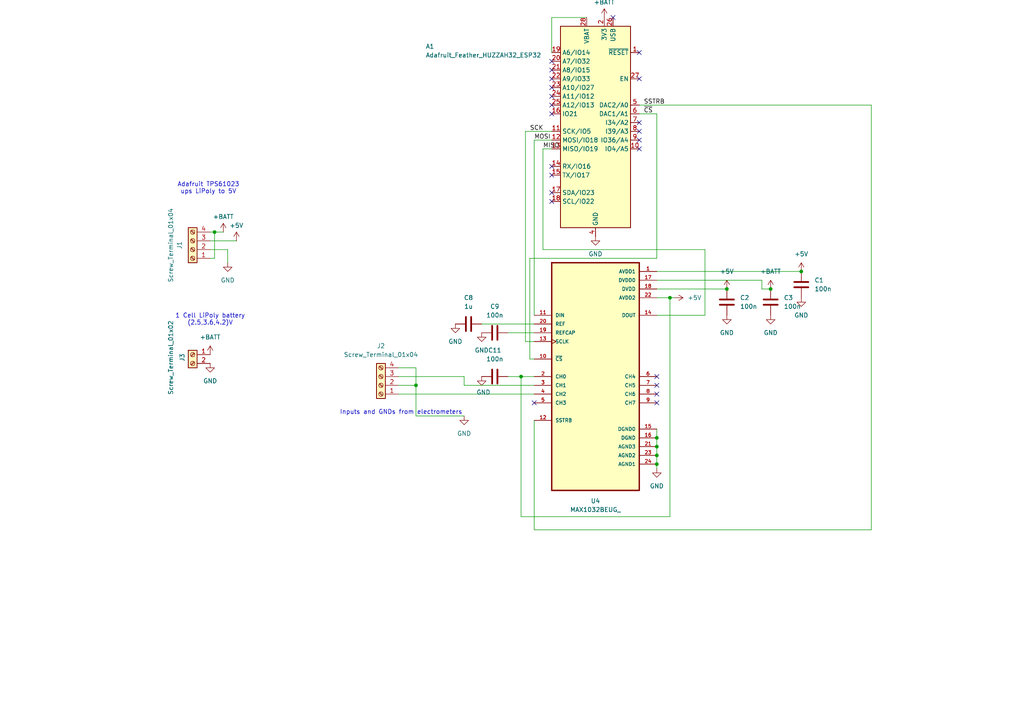
<source format=kicad_sch>
(kicad_sch (version 20250114) (generator "eeschema") (generator_version "9.0")
  (paper "A4")
  (title_block (title "Electrometer ADC") (date "2025-08-20") (rev "v2.0") (company "Coffee and Tellisense Lab"))
  (lib_symbols
    (symbol "Connector:Screw_Terminal_01x02" (pin_names (offset 1.016) (hide yes))
      (property "Reference" "J" (at 0 2.54 0))
      (property "Value" "Screw_Terminal_01x02" (at 0 -5.08 0))
      (symbol "Screw_Terminal_01x02_1_1"
        (rectangle (start -1.27 1.27) (end 1.27 -3.81) (stroke (width 0.254)) (fill (type background)))
        (polyline (pts (xy -0.5334 0.3302) (xy 0.3302 -0.508)) (stroke (width 0.1524)))
        (polyline (pts (xy -0.5334 -2.2098) (xy 0.3302 -3.048)) (stroke (width 0.1524)))
        (polyline (pts (xy -0.3556 0.508) (xy 0.508 -0.3302)) (stroke (width 0.1524)))
        (polyline (pts (xy -0.3556 -2.032) (xy 0.508 -2.8702)) (stroke (width 0.1524)))
        (circle (center 0 0) (radius 0.635) (stroke (width 0.1524)))
        (circle (center 0 -2.54) (radius 0.635) (stroke (width 0.1524)))
        (pin passive line (at -5.08 0 0) (length 3.81) (name "Pin_1") (number "1"))
        (pin passive line (at -5.08 -2.54 0) (length 3.81) (name "Pin_2") (number "2"))
      )
    )
    (symbol "Connector:Screw_Terminal_01x04" (pin_names (offset 1.016) (hide yes))
      (property "Reference" "J" (at 0 5.08 0))
      (property "Value" "Screw_Terminal_01x04" (at 0 -7.62 0))
      (symbol "Screw_Terminal_01x04_1_1"
        (rectangle (start -1.27 3.81) (end 1.27 -6.35) (stroke (width 0.254)) (fill (type background)))
        (polyline (pts (xy -0.5334 2.8702) (xy 0.3302 2.032)) (stroke (width 0.1524)))
        (polyline (pts (xy -0.5334 0.3302) (xy 0.3302 -0.508)) (stroke (width 0.1524)))
        (polyline (pts (xy -0.5334 -2.2098) (xy 0.3302 -3.048)) (stroke (width 0.1524)))
        (polyline (pts (xy -0.5334 -4.7498) (xy 0.3302 -5.588)) (stroke (width 0.1524)))
        (polyline (pts (xy -0.3556 3.048) (xy 0.508 2.2098)) (stroke (width 0.1524)))
        (polyline (pts (xy -0.3556 0.508) (xy 0.508 -0.3302)) (stroke (width 0.1524)))
        (polyline (pts (xy -0.3556 -2.032) (xy 0.508 -2.8702)) (stroke (width 0.1524)))
        (polyline (pts (xy -0.3556 -4.572) (xy 0.508 -5.4102)) (stroke (width 0.1524)))
        (circle (center 0 2.54) (radius 0.635) (stroke (width 0.1524)))
        (circle (center 0 0) (radius 0.635) (stroke (width 0.1524)))
        (circle (center 0 -2.54) (radius 0.635) (stroke (width 0.1524)))
        (circle (center 0 -5.08) (radius 0.635) (stroke (width 0.1524)))
        (pin passive line (at -5.08 2.54 0) (length 3.81) (name "Pin_1") (number "1"))
        (pin passive line (at -5.08 0 0) (length 3.81) (name "Pin_2") (number "2"))
        (pin passive line (at -5.08 -2.54 0) (length 3.81) (name "Pin_3") (number "3"))
        (pin passive line (at -5.08 -5.08 0) (length 3.81) (name "Pin_4") (number "4"))
      )
    )
    (symbol "Device:C" (pin_numbers (hide yes)) (pin_names (offset 0.254))
      (property "Reference" "C" (at 0.635 2.54 0))
      (property "Value" "C" (at 0.635 -2.54 0))
      (symbol "C_0_1"
        (polyline (pts (xy -2.032 0.762) (xy 2.032 0.762)) (stroke (width 0.508)))
        (polyline (pts (xy -2.032 -0.762) (xy 2.032 -0.762)) (stroke (width 0.508)))
      )
      (symbol "C_1_1"
        (pin passive line (at 0 3.81 270) (length 2.794) (name "~") (number "1"))
        (pin passive line (at 0 -3.81 90) (length 2.794) (name "~") (number "2"))
      )
    )
    (symbol "GND_1" (power) (pin_numbers (hide yes)) (pin_names (offset 0) (hide yes))
      (property "Value" "GND" (at 0 -3.81 0))
      (symbol "GND_1_0_1"
        (polyline (pts (xy 0 0) (xy 0 -1.27) (xy 1.27 -1.27) (xy 0 -2.54) (xy -1.27 -1.27) (xy 0 -1.27)))
      )
      (symbol "GND_1_1_1"
        (pin power_in line (at 0 0 270) (length 0) (name "~") (number "1"))
      )
    )
    (symbol "GND_2" (power) (pin_numbers (hide yes)) (pin_names (offset 0) (hide yes))
      (property "Value" "GND" (at 0 -3.81 0))
      (symbol "GND_2_0_1"
        (polyline (pts (xy 0 0) (xy 0 -1.27) (xy 1.27 -1.27) (xy 0 -2.54) (xy -1.27 -1.27) (xy 0 -1.27)))
      )
      (symbol "GND_2_1_1"
        (pin power_in line (at 0 0 270) (length 0) (name "~") (number "1"))
      )
    )
    (symbol "MAX1032:MAX1032BEUG_" (pin_names (offset 1.016))
      (property "Reference" "U" (at -12.7 34.02 0))
      (property "Value" "MAX1032BEUG_" (at -12.7 -37.02 0))
      (symbol "MAX1032BEUG__0_0"
        (rectangle (start -12.7 -33.02) (end 12.7 33.02) (stroke (width 0.41)) (fill (type background)))
        (pin input line (at -17.78 17.78 0) (length 5.08) (name "DIN") (number "11"))
        (pin input line (at -17.78 15.24 0) (length 5.08) (name "REF") (number "20"))
        (pin input line (at -17.78 12.7 0) (length 5.08) (name "REFCAP") (number "19"))
        (pin input clock (at -17.78 10.16 0) (length 5.08) (name "SCLK") (number "13"))
        (pin bidirectional line (at -17.78 5.08 0) (length 5.08) (name "~{CS}") (number "10"))
        (pin bidirectional line (at -17.78 0 0) (length 5.08) (name "CH0") (number "2"))
        (pin bidirectional line (at -17.78 -2.54 0) (length 5.08) (name "CH1") (number "3"))
        (pin bidirectional line (at -17.78 -5.08 0) (length 5.08) (name "CH2") (number "4"))
        (pin bidirectional line (at -17.78 -7.62 0) (length 5.08) (name "CH3") (number "5"))
        (pin bidirectional line (at -17.78 -12.7 0) (length 5.08) (name "SSTRB") (number "12"))
        (pin power_in line (at 17.78 30.48 180) (length 5.08) (name "AVDD1") (number "1"))
        (pin power_in line (at 17.78 27.94 180) (length 5.08) (name "DVDD0") (number "17"))
        (pin power_in line (at 17.78 25.4 180) (length 5.08) (name "DVDD") (number "18"))
        (pin power_in line (at 17.78 22.86 180) (length 5.08) (name "AVDD2") (number "22"))
        (pin output line (at 17.78 17.78 180) (length 5.08) (name "DOUT") (number "14"))
        (pin bidirectional line (at 17.78 0 180) (length 5.08) (name "CH4") (number "6"))
        (pin bidirectional line (at 17.78 -2.54 180) (length 5.08) (name "CH5") (number "7"))
        (pin bidirectional line (at 17.78 -5.08 180) (length 5.08) (name "CH6") (number "8"))
        (pin bidirectional line (at 17.78 -7.62 180) (length 5.08) (name "CH7") (number "9"))
        (pin power_in line (at 17.78 -15.24 180) (length 5.08) (name "DGND0") (number "15"))
        (pin power_in line (at 17.78 -17.78 180) (length 5.08) (name "DGND") (number "16"))
        (pin power_in line (at 17.78 -20.32 180) (length 5.08) (name "AGND3") (number "21"))
        (pin power_in line (at 17.78 -22.86 180) (length 5.08) (name "AGND2") (number "23"))
        (pin power_in line (at 17.78 -25.4 180) (length 5.08) (name "AGND1") (number "24"))
      )
    )
    (symbol "MCU_Module:Adafruit_Feather_HUZZAH32_ESP32"
      (property "Reference" "A" (at -10.16 29.21 0))
      (property "Value" "Adafruit_Feather_HUZZAH32_ESP32" (at 2.54 -31.75 0))
      (symbol "Adafruit_Feather_HUZZAH32_ESP32_0_1"
        (rectangle (start -10.16 27.94) (end 10.16 -30.48) (stroke (width 0.254)) (fill (type background)))
      )
      (symbol "Adafruit_Feather_HUZZAH32_ESP32_1_1"
        (pin bidirectional line (at -12.7 20.32 0) (length 2.54) (name "A6/IO14") (number "19"))
        (pin bidirectional line (at -12.7 17.78 0) (length 2.54) (name "A7/IO32") (number "20"))
        (pin bidirectional line (at -12.7 15.24 0) (length 2.54) (name "A8/IO15") (number "21"))
        (pin bidirectional line (at -12.7 12.7 0) (length 2.54) (name "A9/IO33") (number "22"))
        (pin bidirectional line (at -12.7 10.16 0) (length 2.54) (name "A10/IO27") (number "23"))
        (pin bidirectional line (at -12.7 7.62 0) (length 2.54) (name "A11/IO12") (number "24"))
        (pin bidirectional line (at -12.7 5.08 0) (length 2.54) (name "A12/IO13") (number "25"))
        (pin bidirectional line (at -12.7 2.54 0) (length 2.54) (name "IO21") (number "16"))
        (pin bidirectional line (at -12.7 -2.54 0) (length 2.54) (name "SCK/IO5") (number "11"))
        (pin bidirectional line (at -12.7 -5.08 0) (length 2.54) (name "MOSI/IO18") (number "12"))
        (pin bidirectional line (at -12.7 -7.62 0) (length 2.54) (name "MISO/IO19") (number "13"))
        (pin bidirectional line (at -12.7 -12.7 0) (length 2.54) (name "RX/IO16") (number "14"))
        (pin bidirectional line (at -12.7 -15.24 0) (length 2.54) (name "TX/IO17") (number "15"))
        (pin bidirectional line (at -12.7 -20.32 0) (length 2.54) (name "SDA/IO23") (number "17"))
        (pin bidirectional line (at -12.7 -22.86 0) (length 2.54) (name "SCL/IO22") (number "18"))
        (pin power_in line (at -2.54 30.48 270) (length 2.54) (name "VBAT") (number "28"))
        (pin power_in line (at 0 -33.02 90) (length 2.54) (name "GND") (number "4"))
        (pin power_in line (at 2.54 30.48 270) (length 2.54) (name "3V3") (number "2"))
        (pin power_in line (at 5.08 30.48 270) (length 2.54) (name "USB") (number "26"))
        (pin no_connect line (at 10.16 10.16 180) (length 2.54) (hide yes) (name "NC") (number "3"))
        (pin input line (at 12.7 20.32 180) (length 2.54) (name "~{RESET}") (number "1"))
        (pin input line (at 12.7 12.7 180) (length 2.54) (name "EN") (number "27"))
        (pin bidirectional line (at 12.7 5.08 180) (length 2.54) (name "DAC2/A0") (number "5"))
        (pin bidirectional line (at 12.7 2.54 180) (length 2.54) (name "DAC1/A1") (number "6"))
        (pin bidirectional line (at 12.7 0 180) (length 2.54) (name "I34/A2") (number "7"))
        (pin bidirectional line (at 12.7 -2.54 180) (length 2.54) (name "I39/A3") (number "8"))
        (pin bidirectional line (at 12.7 -5.08 180) (length 2.54) (name "IO36/A4") (number "9"))
        (pin bidirectional line (at 12.7 -7.62 180) (length 2.54) (name "IO4/A5") (number "10"))
      )
    )
    (symbol "power:+5V" (power) (pin_numbers (hide yes)) (pin_names (offset 0) (hide yes))
      (property "Value" "+5V" (at 0 3.556 0))
      (symbol "+5V_0_1"
        (polyline (pts (xy -0.762 1.27) (xy 0 2.54)))
        (polyline (pts (xy 0 2.54) (xy 0.762 1.27)))
        (polyline (pts (xy 0 0) (xy 0 2.54)))
      )
      (symbol "+5V_1_1"
        (pin power_in line (at 0 0 90) (length 0) (name "~") (number "1"))
      )
    )
    (symbol "power:+BATT" (power) (pin_numbers (hide yes)) (pin_names (offset 0) (hide yes))
      (property "Value" "+BATT" (at 0 3.556 0))
      (symbol "+BATT_0_1"
        (polyline (pts (xy -0.762 1.27) (xy 0 2.54)))
        (polyline (pts (xy 0 2.54) (xy 0.762 1.27)))
        (polyline (pts (xy 0 0) (xy 0 2.54)))
      )
      (symbol "+BATT_1_1"
        (pin power_in line (at 0 0 90) (length 0) (name "~") (number "1"))
      )
    )
    (symbol "power:GND" (power) (pin_names (offset 0))
      (property "Value" "GND" (at 0 -3.81 0))
      (symbol "GND_0_1"
        (polyline (pts (xy 0 0) (xy 0 -1.27) (xy 1.27 -1.27) (xy 0 -2.54) (xy -1.27 -1.27) (xy 0 -1.27)))
      )
      (symbol "GND_1_1"
        (pin power_in line (at 0 0 270) (length 0) (hide yes) (name "GND") (number "1"))
      )
    )
  )
  (text "Adafruit TPS61023\nups LiPoly to 5V\n" (at 60.452 54.61 0) (effects (font (size 1.27 1.27))))
  (text "1 Cell LiPoly battery\n(2.5,3.6,4.2)V\n" (at 60.96 92.71 0) (effects (font (size 1.27 1.27))))
  (text "Inputs and GNDs from electrometers\n" (at 116.332 119.634 0) (effects (font (size 1.27 1.27))))
  (junction (at 151.13 109.22))
  (junction (at 232.41 78.74))
  (junction (at 62.23 67.31))
  (junction (at 190.5 134.62))
  (junction (at 190.5 129.54))
  (junction (at 190.5 127))
  (junction (at 120.65 111.76))
  (junction (at 194.31 86.36))
  (junction (at 190.5 132.08))
  (junction (at 223.52 83.82))
  (junction (at 210.82 83.82))
  (no_connect (at 185.42 38.1))
  (no_connect (at 185.42 15.24))
  (no_connect (at 185.42 43.18))
  (no_connect (at 190.5 109.22))
  (no_connect (at 185.42 35.56))
  (no_connect (at 160.02 27.94))
  (no_connect (at 160.02 25.4))
  (no_connect (at 160.02 48.26))
  (no_connect (at 177.8 5.08))
  (no_connect (at 185.42 40.64))
  (no_connect (at 160.02 20.32))
  (no_connect (at 160.02 22.86))
  (no_connect (at 190.5 111.76))
  (no_connect (at 160.02 33.02))
  (no_connect (at 190.5 116.84))
  (no_connect (at 160.02 58.42))
  (no_connect (at 190.5 114.3))
  (no_connect (at 160.02 55.88))
  (no_connect (at 185.42 22.86))
  (no_connect (at 160.02 50.8))
  (no_connect (at 160.02 30.48))
  (no_connect (at 160.02 17.78))
  (no_connect (at 154.94 116.84))
  (wire (pts (xy 115.57 111.76) (xy 120.65 111.76)))
  (wire (pts (xy 190.5 124.46) (xy 190.5 127)))
  (wire (pts (xy 190.5 81.28) (xy 220.98 81.28)))
  (wire (pts (xy 204.47 72.39) (xy 204.47 91.44)))
  (wire (pts (xy 154.94 96.52) (xy 147.32 96.52)))
  (wire (pts (xy 62.23 67.31) (xy 64.77 67.31)))
  (wire (pts (xy 154.94 121.92) (xy 154.94 153.67)))
  (wire (pts (xy 120.65 111.76) (xy 120.65 120.65)))
  (wire (pts (xy 152.4 38.1) (xy 160.02 38.1)))
  (wire (pts (xy 115.57 114.3) (xy 154.94 114.3)))
  (wire (pts (xy 170.18 5.08) (xy 160.02 5.08)))
  (wire (pts (xy 153.67 74.93) (xy 190.5 74.93)))
  (wire (pts (xy 220.98 83.82) (xy 223.52 83.82)))
  (wire (pts (xy 190.5 129.54) (xy 190.5 132.08)))
  (wire (pts (xy 194.31 86.36) (xy 195.58 86.36)))
  (wire (pts (xy 134.62 109.22) (xy 115.57 109.22)))
  (wire (pts (xy 190.5 91.44) (xy 204.47 91.44)))
  (wire (pts (xy 154.94 91.44) (xy 154.94 40.64)))
  (wire (pts (xy 151.13 109.22) (xy 151.13 149.86)))
  (wire (pts (xy 154.94 104.14) (xy 153.67 104.14)))
  (wire (pts (xy 134.62 111.76) (xy 134.62 109.22)))
  (wire (pts (xy 68.58 69.85) (xy 60.96 69.85)))
  (wire (pts (xy 190.5 134.62) (xy 190.5 135.89)))
  (wire (pts (xy 152.4 99.06) (xy 152.4 38.1)))
  (wire (pts (xy 60.96 74.93) (xy 62.23 74.93)))
  (wire (pts (xy 160.02 5.08) (xy 160.02 15.24)))
  (wire (pts (xy 66.04 76.2) (xy 66.04 72.39)))
  (wire (pts (xy 190.5 86.36) (xy 194.31 86.36)))
  (wire (pts (xy 190.5 83.82) (xy 210.82 83.82)))
  (wire (pts (xy 120.65 120.65) (xy 134.62 120.65)))
  (wire (pts (xy 154.94 153.67) (xy 252.73 153.67)))
  (wire (pts (xy 115.57 106.68) (xy 120.65 106.68)))
  (wire (pts (xy 154.94 111.76) (xy 134.62 111.76)))
  (wire (pts (xy 151.13 149.86) (xy 194.31 149.86)))
  (wire (pts (xy 62.23 67.31) (xy 60.96 67.31)))
  (wire (pts (xy 190.5 78.74) (xy 232.41 78.74)))
  (wire (pts (xy 190.5 33.02) (xy 185.42 33.02)))
  (wire (pts (xy 157.48 72.39) (xy 157.48 43.18)))
  (wire (pts (xy 62.23 74.93) (xy 62.23 67.31)))
  (wire (pts (xy 252.73 30.48) (xy 185.42 30.48)))
  (wire (pts (xy 154.94 93.98) (xy 139.7 93.98)))
  (wire (pts (xy 190.5 132.08) (xy 190.5 134.62)))
  (wire (pts (xy 252.73 30.48) (xy 252.73 153.67)))
  (wire (pts (xy 153.67 104.14) (xy 153.67 74.93)))
  (wire (pts (xy 194.31 149.86) (xy 194.31 86.36)))
  (wire (pts (xy 204.47 72.39) (xy 157.48 72.39)))
  (wire (pts (xy 220.98 81.28) (xy 220.98 83.82)))
  (wire (pts (xy 66.04 72.39) (xy 60.96 72.39)))
  (wire (pts (xy 157.48 43.18) (xy 160.02 43.18)))
  (wire (pts (xy 154.94 40.64) (xy 160.02 40.64)))
  (wire (pts (xy 147.32 109.22) (xy 151.13 109.22)))
  (wire (pts (xy 190.5 127) (xy 190.5 129.54)))
  (wire (pts (xy 120.65 106.68) (xy 120.65 111.76)))
  (wire (pts (xy 154.94 99.06) (xy 152.4 99.06)))
  (wire (pts (xy 190.5 74.93) (xy 190.5 33.02)))
  (wire (pts (xy 151.13 109.22) (xy 154.94 109.22)))
  (label "~{CS}" (at 186.69 33.02 0))
  (label "SCK" (at 153.67 38.1 0))
  (label "SSTRB" (at 186.69 30.48 0))
  (label "MISO" (at 157.48 43.18 0))
  (label "MOSI" (at 154.94 40.64 0))
  (symbol (lib_id "MAX1032:MAX1032BEUG_") (at 172.72 109.22 0) (unit 1)
    (property "Reference" "U4" (at 172.72 145.288 0))
    (property "Value" "MAX1032BEUG_" (at 172.72 147.828 0))
    (property "Footprint" "Max1032:SOP65P640X110-24N" (effects (hide yes)))
    (property "Datasheet" "https://www.analog.com/media/en/technical-documentation/data-sheets/max1032-max1033.pdf" (effects (hide yes)))
    (property "MF" "Analog Devices" (effects (hide yes)))
    (property "Description_1" "8- and 4-Channel, ±3 x VREF Multirange Inputs, Serial 14-Bit ADCs" (effects (hide yes)))
    (property "Package" "TSSOP-24 Maxim" (effects (hide yes)))
    (property "Price" "None" (effects (hide yes)))
    (property "SnapEDA_Link" "https://www.snapeda.com/parts/MAX1032BEUG+/Analog+Devices/view-part/?ref=snap" (effects (hide yes)))
    (property "MP" "MAX1032BEUG+" (effects (hide yes)))
    (property "Availability" "In Stock" (effects (hide yes)))
    (property "Check_prices" "https://www.snapeda.com/parts/MAX1032BEUG+/Analog+Devices/view-part/?ref=eda" (effects (hide yes)))
  )
  (symbol (lib_id "Device:C") (at 210.82 87.63 0) (unit 1)
    (property "Reference" "C2" (at 214.63 86.3599 0) (effects (justify left)))
    (property "Value" "100n" (at 214.63 88.8999 0) (effects (justify left)))
    (property "Footprint" "Capacitor_SMD:C_0805_2012Metric" (effects (hide yes)))
  )
  (symbol (lib_id "power:GND") (at 223.52 91.44 0) (unit 1)
    (property "Reference" "#PWR011" (effects (hide yes)))
    (property "Value" "GND" (at 223.52 96.52 0))
  )
  (symbol (lib_id "power:+BATT") (at 60.96 102.87 0) (mirror y) (unit 1)
    (property "Reference" "#PWR13" (effects (hide yes)))
    (property "Value" "+BATT" (at 60.96 97.79 0))
    (property "Description" "Power symbol creates a global label with name \"+BATT\"" (effects (hide yes)))
  )
  (symbol (lib_id "power:GND") (at 139.7 96.52 0) (unit 1)
    (property "Reference" "#PWR01" (effects (hide yes)))
    (property "Value" "GND" (at 139.7 101.6 0))
  )
  (symbol (lib_name "GND_1") (lib_id "power:GND") (at 66.04 76.2 0) (unit 1)
    (property "Reference" "#PWR04" (effects (hide yes)))
    (property "Value" "GND" (at 66.04 81.28 0))
    (property "Description" "Power symbol creates a global label with name \"GND\" , ground" (effects (hide yes)))
  )
  (symbol (lib_id "power:GND") (at 210.82 91.44 0) (unit 1)
    (property "Reference" "#PWR09" (effects (hide yes)))
    (property "Value" "GND" (at 210.82 96.52 0))
  )
  (symbol (lib_id "Device:C") (at 135.89 93.98 90) (unit 1)
    (property "Reference" "C8" (at 135.89 86.36 90))
    (property "Value" "1u" (at 135.89 88.9 90))
    (property "Footprint" "Capacitor_SMD:C_0805_2012Metric" (effects (hide yes)))
  )
  (symbol (lib_id "power:GND") (at 232.41 86.36 0) (unit 1)
    (property "Reference" "#PWR06" (effects (hide yes)))
    (property "Value" "GND" (at 232.41 91.44 0))
  )
  (symbol (lib_id "power:GND") (at 172.72 68.58 0) (unit 1)
    (property "Reference" "#PWR017" (effects (hide yes)))
    (property "Value" "GND" (at 172.72 73.66 0))
  )
  (symbol (lib_id "Connector:Screw_Terminal_01x04") (at 110.49 111.76 180) (unit 1)
    (property "Reference" "J2" (at 110.49 100.33 0))
    (property "Value" "Screw_Terminal_01x04" (at 110.49 102.87 0))
    (property "Footprint" "TerminalBlock_Phoenix:TerminalBlock_Phoenix_MPT-0,5-4-2.54_1x04_P2.54mm_Horizontal" (effects (hide yes)))
    (property "Description" "Generic screw terminal, single row, 01x04, script generated (kicad-library-utils/schlib/autogen/connector/)" (effects (hide yes)))
  )
  (symbol (lib_id "Connector:Screw_Terminal_01x02") (at 55.88 102.87 0) (mirror y) (unit 1)
    (property "Reference" "J3" (at 52.832 104.902 90) (effects (justify left)))
    (property "Value" "Screw_Terminal_01x02" (at 49.53 114.554 90) (effects (justify left)))
    (property "Footprint" "Connector_PinHeader_2.54mm:PinHeader_1x02_P2.54mm_Vertical" (effects (hide yes)))
    (property "Description" "Generic screw terminal, single row, 01x02, script generated (kicad-library-utils/schlib/autogen/connector/)" (effects (hide yes)))
  )
  (symbol (lib_id "power:+5V") (at 232.41 78.74 0) (unit 1)
    (property "Reference" "#PWR05" (effects (hide yes)))
    (property "Value" "+5V" (at 232.41 73.66 0))
    (property "Description" "Power symbol creates a global label with name \"+5V\"" (effects (hide yes)))
  )
  (symbol (lib_id "power:+5V") (at 68.58 69.85 0) (unit 1)
    (property "Reference" "#PWR03" (effects (hide yes)))
    (property "Value" "+5V" (at 68.58 65.405 0))
    (property "Description" "Power symbol creates a global label with name \"+5V\"" (effects (hide yes)))
  )
  (symbol (lib_id "power:GND") (at 190.5 135.89 0) (unit 1)
    (property "Reference" "#PWR016" (effects (hide yes)))
    (property "Value" "GND" (at 190.5 140.97 0))
  )
  (symbol (lib_id "power:+BATT") (at 64.77 67.31 0) (unit 1)
    (property "Reference" "#PWR2" (effects (hide yes)))
    (property "Value" "+BATT" (at 64.77 62.865 0))
    (property "Description" "Power symbol creates a global label with name \"+BATT\"" (effects (hide yes)))
  )
  (symbol (lib_id "Device:C") (at 232.41 82.55 0) (unit 1)
    (property "Reference" "C1" (at 236.22 81.2799 0) (effects (justify left)))
    (property "Value" "100n" (at 236.22 83.8199 0) (effects (justify left)))
    (property "Footprint" "Capacitor_SMD:C_0805_2012Metric" (effects (hide yes)))
  )
  (symbol (lib_id "Device:C") (at 143.51 109.22 90) (unit 1)
    (property "Reference" "C11" (at 143.51 101.6 90))
    (property "Value" "100n" (at 143.51 104.14 90))
    (property "Footprint" "Capacitor_SMD:C_0805_2012Metric" (effects (hide yes)))
  )
  (symbol (lib_id "power:+5V") (at 195.58 86.36 270) (unit 1)
    (property "Reference" "#PWR021" (effects (hide yes)))
    (property "Value" "+5V" (at 199.39 86.3599 90) (effects (justify left)))
    (property "Description" "Power symbol creates a global label with name \"+5V\"" (effects (hide yes)))
  )
  (symbol (lib_id "power:GND") (at 134.62 120.65 0) (unit 1)
    (property "Reference" "#PWR012" (effects (hide yes)))
    (property "Value" "GND" (at 134.62 125.73 0))
  )
  (symbol (lib_id "power:GND") (at 139.7 109.22 0) (unit 1)
    (property "Reference" "#PWR018" (effects (hide yes)))
    (property "Value" "GND" (at 138.176 113.792 0) (effects (justify left)))
  )
  (symbol (lib_id "Device:C") (at 223.52 87.63 0) (unit 1)
    (property "Reference" "C3" (at 227.33 86.3599 0) (effects (justify left)))
    (property "Value" "100n" (at 227.33 88.8999 0) (effects (justify left)))
    (property "Footprint" "Capacitor_SMD:C_0805_2012Metric" (effects (hide yes)))
  )
  (symbol (lib_name "GND_2") (lib_id "power:GND") (at 60.96 105.41 0) (mirror y) (unit 1)
    (property "Reference" "#PWR014" (effects (hide yes)))
    (property "Value" "GND" (at 60.96 110.49 0))
    (property "Description" "Power symbol creates a global label with name \"GND\" , ground" (effects (hide yes)))
  )
  (symbol (lib_id "Connector:Screw_Terminal_01x04") (at 55.88 72.39 180) (unit 1)
    (property "Reference" "J1" (at 52.07 71.12 90))
    (property "Value" "Screw_Terminal_01x04" (at 49.53 71.12 90))
    (property "Footprint" "TerminalBlock_Phoenix:TerminalBlock_Phoenix_MPT-0,5-4-2.54_1x04_P2.54mm_Horizontal" (effects (hide yes)))
    (property "Description" "Generic screw terminal, single row, 01x04, script generated (kicad-library-utils/schlib/autogen/connector/)" (effects (hide yes)))
  )
  (symbol (lib_id "power:+BATT") (at 223.52 83.82 0) (unit 1)
    (property "Reference" "#PWR10" (effects (hide yes)))
    (property "Value" "+BATT" (at 223.52 78.74 0))
    (property "Description" "Power symbol creates a global label with name \"+BATT\"" (effects (hide yes)))
  )
  (symbol (lib_id "MCU_Module:Adafruit_Feather_HUZZAH32_ESP32") (at 172.72 35.56 0) (unit 1)
    (property "Reference" "A1" (at 123.444 13.462 0) (effects (justify left)))
    (property "Value" "Adafruit_Feather_HUZZAH32_ESP32" (at 123.444 16.002 0) (effects (justify left)))
    (property "Footprint" "Module:Adafruit_Feather" (effects (hide yes)))
    (property "Datasheet" "https://cdn-learn.adafruit.com/downloads/pdf/adafruit-huzzah32-esp32-feather.pdf" (effects (hide yes)))
    (property "Description" "Microcontroller module with ESP32 MCU" (effects (hide yes)))
  )
  (symbol (lib_id "power:+5V") (at 210.82 83.82 0) (unit 1)
    (property "Reference" "#PWR08" (effects (hide yes)))
    (property "Value" "+5V" (at 210.82 78.74 0))
    (property "Description" "Power symbol creates a global label with name \"+5V\"" (effects (hide yes)))
  )
  (symbol (lib_id "power:+BATT") (at 175.26 5.08 0) (unit 1)
    (property "Reference" "#PWR015" (effects (hide yes)))
    (property "Value" "+BATT" (at 175.26 0.635 0))
    (property "Description" "Power symbol creates a global label with name \"+BATT\"" (effects (hide yes)))
  )
  (symbol (lib_id "power:GND") (at 132.08 93.98 0) (unit 1)
    (property "Reference" "#PWR07" (effects (hide yes)))
    (property "Value" "GND" (at 132.08 99.06 0))
  )
  (symbol (lib_id "Device:C") (at 143.51 96.52 90) (unit 1)
    (property "Reference" "C9" (at 143.51 88.9 90))
    (property "Value" "100n" (at 143.51 91.44 90))
    (property "Footprint" "Capacitor_SMD:C_0805_2012Metric" (effects (hide yes)))
  )
)
</source>
